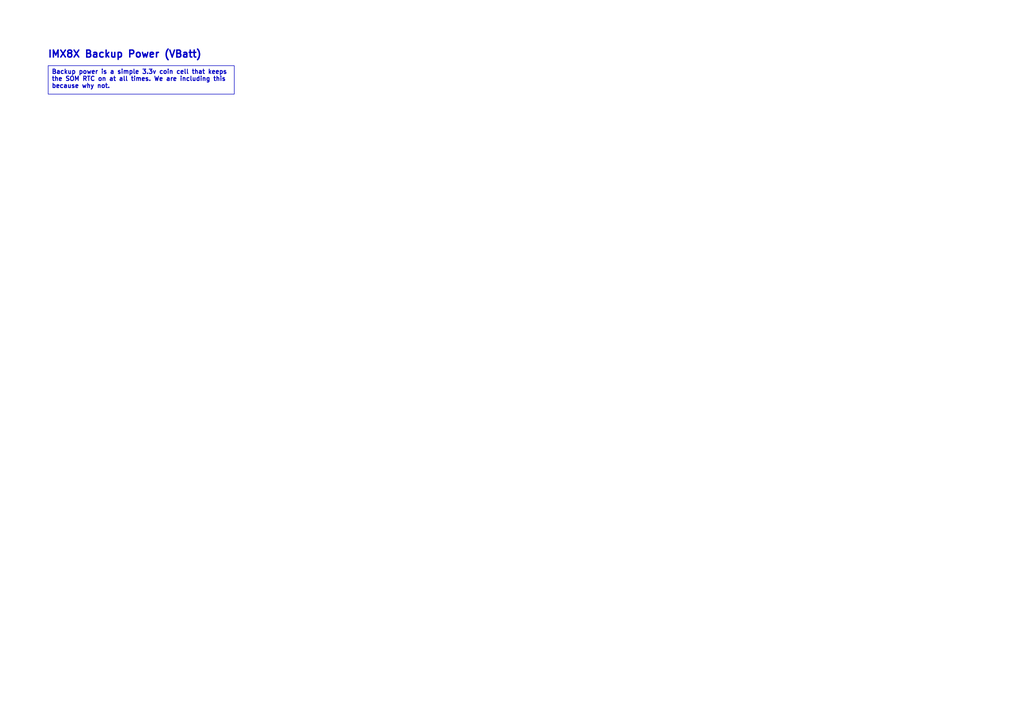
<source format=kicad_sch>
(kicad_sch
	(version 20250114)
	(generator "eeschema")
	(generator_version "9.0")
	(uuid "2d2a8977-a6b8-4d33-a042-b36e914586ab")
	(paper "A4")
	(lib_symbols)
	(text "IMX8X Backup Power (VBatt)"
		(exclude_from_sim no)
		(at 36.195 15.875 0)
		(effects
			(font
				(size 2.032 2.032)
				(thickness 0.4064)
				(bold yes)
			)
		)
		(uuid "b0374a0b-b2a7-4431-a835-344e3aa8de6e")
	)
	(text_box "Backup power is a simple 3.3v coin cell that keeps the SOM RTC on at all times. We are including this because why not."
		(exclude_from_sim no)
		(at 13.97 19.05 0)
		(size 53.975 8.255)
		(margins 0.9525 0.9525 0.9525 0.9525)
		(stroke
			(width 0)
			(type solid)
		)
		(fill
			(type none)
		)
		(effects
			(font
				(size 1.27 1.27)
				(thickness 0.254)
				(bold yes)
			)
			(justify left top)
		)
		(uuid "b51129d7-b74c-4444-9512-697434ac4443")
	)
)

</source>
